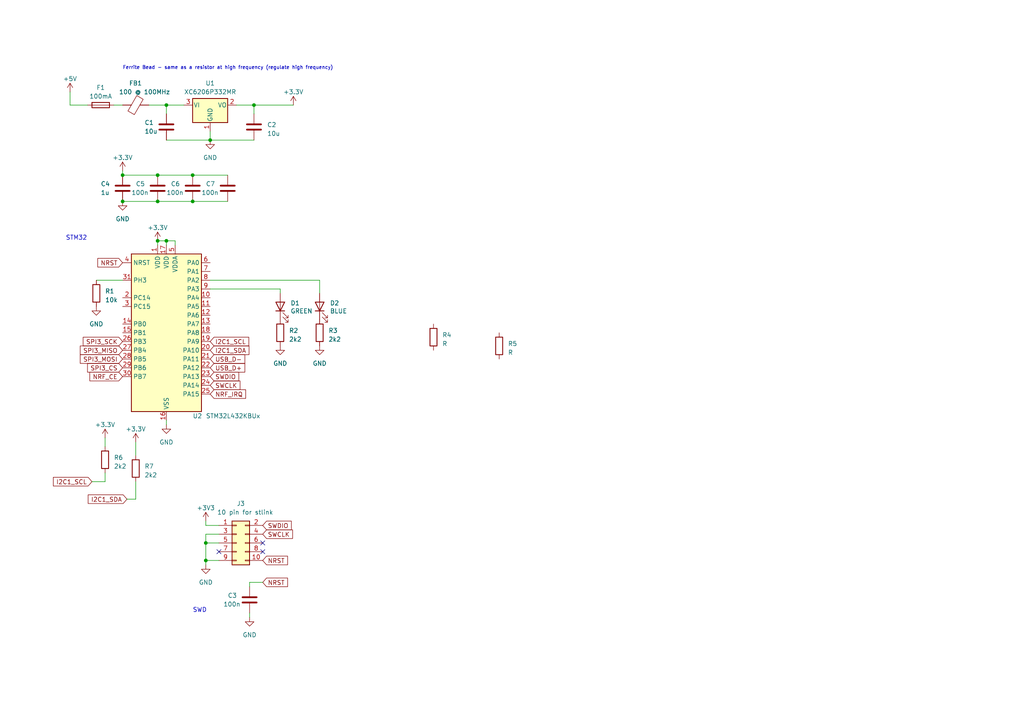
<source format=kicad_sch>
(kicad_sch (version 20230121) (generator eeschema)
  (paper "A4")
  (title_block (title "RF with STM32 module") (date "2023-05-20") (rev "1.0") (company "Petar Acimovic"))
  (lib_symbols
    (symbol "Connector_Generic:Conn_02x05_Odd_Even" (pin_names (offset 1.016) hide)
      (property "Reference" "J" (at 1.27 7.62 0))
      (property "Value" "Conn_02x05_Odd_Even" (at 1.27 -7.62 0))
      (symbol "Conn_02x05_Odd_Even_1_1"
        (rectangle (start -1.27 -4.953) (end 0 -5.207) (stroke (width 0.1524)))
        (rectangle (start -1.27 -2.413) (end 0 -2.667) (stroke (width 0.1524)))
        (rectangle (start -1.27 0.127) (end 0 -0.127) (stroke (width 0.1524)))
        (rectangle (start -1.27 2.667) (end 0 2.413) (stroke (width 0.1524)))
        (rectangle (start -1.27 5.207) (end 0 4.953) (stroke (width 0.1524)))
        (rectangle (start -1.27 6.35) (end 3.81 -6.35) (stroke (width 0.254)) (fill (type background)))
        (rectangle (start 3.81 -4.953) (end 2.54 -5.207) (stroke (width 0.1524)))
        (rectangle (start 3.81 -2.413) (end 2.54 -2.667) (stroke (width 0.1524)))
        (rectangle (start 3.81 0.127) (end 2.54 -0.127) (stroke (width 0.1524)))
        (rectangle (start 3.81 2.667) (end 2.54 2.413) (stroke (width 0.1524)))
        (rectangle (start 3.81 5.207) (end 2.54 4.953) (stroke (width 0.1524)))
        (pin passive line (at -5.08 5.08 0) (length 3.81) (name "Pin_1") (number "1"))
        (pin passive line (at 7.62 -5.08 180) (length 3.81) (name "Pin_10") (number "10"))
        (pin passive line (at 7.62 5.08 180) (length 3.81) (name "Pin_2") (number "2"))
        (pin passive line (at -5.08 2.54 0) (length 3.81) (name "Pin_3") (number "3"))
        (pin passive line (at 7.62 2.54 180) (length 3.81) (name "Pin_4") (number "4"))
        (pin passive line (at -5.08 0 0) (length 3.81) (name "Pin_5") (number "5"))
        (pin passive line (at 7.62 0 180) (length 3.81) (name "Pin_6") (number "6"))
        (pin passive line (at -5.08 -2.54 0) (length 3.81) (name "Pin_7") (number "7"))
        (pin passive line (at 7.62 -2.54 180) (length 3.81) (name "Pin_8") (number "8"))
        (pin passive line (at -5.08 -5.08 0) (length 3.81) (name "Pin_9") (number "9"))
      )
    )
    (symbol "Device:C" (pin_numbers hide) (pin_names (offset 0.254))
      (property "Reference" "C" (at 0.635 2.54 0))
      (property "Value" "C" (at 0.635 -2.54 0))
      (symbol "C_0_1"
        (polyline (pts (xy -2.032 -0.762) (xy 2.032 -0.762)) (stroke (width 0.508)))
        (polyline (pts (xy -2.032 0.762) (xy 2.032 0.762)) (stroke (width 0.508)))
      )
      (symbol "C_1_1"
        (pin passive line (at 0 3.81 270) (length 2.794) (name "~") (number "1"))
        (pin passive line (at 0 -3.81 90) (length 2.794) (name "~") (number "2"))
      )
    )
    (symbol "Device:FerriteBead" (pin_numbers hide) (pin_names (offset 0))
      (property "Reference" "FB" (at -3.81 0.635 90))
      (property "Value" "FerriteBead" (at 3.81 0 90))
      (symbol "FerriteBead_0_1"
        (polyline (pts (xy 0 -1.27) (xy 0 -1.2192)))
        (polyline (pts (xy 0 1.27) (xy 0 1.2954)))
        (polyline (pts (xy -2.7686 0.4064) (xy -1.7018 2.2606) (xy 2.7686 -0.3048) (xy 1.6764 -2.159) (xy -2.7686 0.4064)))
      )
      (symbol "FerriteBead_1_1"
        (pin passive line (at 0 3.81 270) (length 2.54) (name "~") (number "1"))
        (pin passive line (at 0 -3.81 90) (length 2.54) (name "~") (number "2"))
      )
    )
    (symbol "Device:Fuse" (pin_numbers hide) (pin_names (offset 0))
      (property "Reference" "F" (at 2.032 0 90))
      (property "Value" "Fuse" (at -1.905 0 90))
      (symbol "Fuse_0_1"
        (rectangle (start -0.762 -2.54) (end 0.762 2.54) (stroke (width 0.254)))
        (polyline (pts (xy 0 2.54) (xy 0 -2.54)))
      )
      (symbol "Fuse_1_1"
        (pin passive line (at 0 3.81 270) (length 1.27) (name "~") (number "1"))
        (pin passive line (at 0 -3.81 90) (length 1.27) (name "~") (number "2"))
      )
    )
    (symbol "Device:LED" (pin_numbers hide) (pin_names (offset 1.016) hide)
      (property "Reference" "D" (at 0 2.54 0))
      (property "Value" "LED" (at 0 -2.54 0))
      (symbol "LED_0_1"
        (polyline (pts (xy -1.27 -1.27) (xy -1.27 1.27)) (stroke (width 0.254)))
        (polyline (pts (xy -1.27 0) (xy 1.27 0)))
        (polyline (pts (xy 1.27 -1.27) (xy 1.27 1.27) (xy -1.27 0) (xy 1.27 -1.27)) (stroke (width 0.254)))
        (polyline (pts (xy -3.048 -0.762) (xy -4.572 -2.286) (xy -3.81 -2.286) (xy -4.572 -2.286) (xy -4.572 -1.524)))
        (polyline (pts (xy -1.778 -0.762) (xy -3.302 -2.286) (xy -2.54 -2.286) (xy -3.302 -2.286) (xy -3.302 -1.524)))
      )
      (symbol "LED_1_1"
        (pin passive line (at -3.81 0 0) (length 2.54) (name "K") (number "1"))
        (pin passive line (at 3.81 0 180) (length 2.54) (name "A") (number "2"))
      )
    )
    (symbol "Device:R" (pin_numbers hide) (pin_names (offset 0))
      (property "Reference" "R" (at 2.032 0 90))
      (property "Value" "R" (at 0 0 90))
      (symbol "R_0_1"
        (rectangle (start -1.016 -2.54) (end 1.016 2.54) (stroke (width 0.254)))
      )
      (symbol "R_1_1"
        (pin passive line (at 0 3.81 270) (length 1.27) (name "~") (number "1"))
        (pin passive line (at 0 -3.81 90) (length 1.27) (name "~") (number "2"))
      )
    )
    (symbol "MCU_ST_STM32L4:STM32L432KBUx"
      (property "Reference" "U" (at -10.16 24.13 0))
      (property "Value" "STM32L432KBUx" (at 5.08 24.13 0))
      (symbol "STM32L432KBUx_0_1"
        (rectangle (start -10.16 -22.86) (end 10.16 22.86) (stroke (width 0.254)) (fill (type background)))
      )
      (symbol "STM32L432KBUx_1_1"
        (pin power_in line (at -2.54 25.4 270) (length 2.54) (name "VDD") (number "1"))
        (pin bidirectional line (at 12.7 10.16 180) (length 2.54) (name "PA4") (number "10"))
        (pin bidirectional line (at 12.7 7.62 180) (length 2.54) (name "PA5") (number "11"))
        (pin bidirectional line (at 12.7 5.08 180) (length 2.54) (name "PA6") (number "12"))
        (pin bidirectional line (at 12.7 2.54 180) (length 2.54) (name "PA7") (number "13"))
        (pin bidirectional line (at -12.7 2.54 0) (length 2.54) (name "PB0") (number "14"))
        (pin bidirectional line (at -12.7 0 0) (length 2.54) (name "PB1") (number "15"))
        (pin power_in line (at 0 -25.4 90) (length 2.54) (name "VSS") (number "16"))
        (pin power_in line (at 0 25.4 270) (length 2.54) (name "VDD") (number "17"))
        (pin bidirectional line (at 12.7 0 180) (length 2.54) (name "PA8") (number "18"))
        (pin bidirectional line (at 12.7 -2.54 180) (length 2.54) (name "PA9") (number "19"))
        (pin bidirectional line (at -12.7 10.16 0) (length 2.54) (name "PC14") (number "2"))
        (pin bidirectional line (at 12.7 -5.08 180) (length 2.54) (name "PA10") (number "20"))
        (pin bidirectional line (at 12.7 -7.62 180) (length 2.54) (name "PA11") (number "21"))
        (pin bidirectional line (at 12.7 -10.16 180) (length 2.54) (name "PA12") (number "22"))
        (pin bidirectional line (at 12.7 -12.7 180) (length 2.54) (name "PA13") (number "23"))
        (pin bidirectional line (at 12.7 -15.24 180) (length 2.54) (name "PA14") (number "24"))
        (pin bidirectional line (at 12.7 -17.78 180) (length 2.54) (name "PA15") (number "25"))
        (pin bidirectional line (at -12.7 -2.54 0) (length 2.54) (name "PB3") (number "26"))
        (pin bidirectional line (at -12.7 -5.08 0) (length 2.54) (name "PB4") (number "27"))
        (pin bidirectional line (at -12.7 -7.62 0) (length 2.54) (name "PB5") (number "28"))
        (pin bidirectional line (at -12.7 -10.16 0) (length 2.54) (name "PB6") (number "29"))
        (pin bidirectional line (at -12.7 7.62 0) (length 2.54) (name "PC15") (number "3"))
        (pin bidirectional line (at -12.7 -12.7 0) (length 2.54) (name "PB7") (number "30"))
        (pin bidirectional line (at -12.7 15.24 0) (length 2.54) (name "PH3") (number "31"))
        (pin passive line (at 0 -25.4 90) (length 2.54) hide (name "VSS") (number "32"))
        (pin passive line (at 0 -25.4 90) (length 2.54) hide (name "VSS") (number "33"))
        (pin input line (at -12.7 20.32 0) (length 2.54) (name "NRST") (number "4"))
        (pin power_in line (at 2.54 25.4 270) (length 2.54) (name "VDDA") (number "5"))
        (pin bidirectional line (at 12.7 20.32 180) (length 2.54) (name "PA0") (number "6"))
        (pin bidirectional line (at 12.7 17.78 180) (length 2.54) (name "PA1") (number "7"))
        (pin bidirectional line (at 12.7 15.24 180) (length 2.54) (name "PA2") (number "8"))
        (pin bidirectional line (at 12.7 12.7 180) (length 2.54) (name "PA3") (number "9"))
      )
    )
    (symbol "Regulator_Linear:XC6206PxxxMR" (pin_names (offset 0.254))
      (property "Reference" "U" (at -3.81 3.175 0))
      (property "Value" "XC6206PxxxMR" (at 0 3.175 0))
      (symbol "XC6206PxxxMR_0_1"
        (rectangle (start -5.08 1.905) (end 5.08 -5.08) (stroke (width 0.254)) (fill (type background)))
      )
      (symbol "XC6206PxxxMR_1_1"
        (pin power_in line (at 0 -7.62 90) (length 2.54) (name "GND") (number "1"))
        (pin power_out line (at 7.62 0 180) (length 2.54) (name "VO") (number "2"))
        (pin power_in line (at -7.62 0 0) (length 2.54) (name "VI") (number "3"))
      )
    )
    (symbol "power:+3.3V" (power) (pin_names (offset 0))
      (property "Value" "+3.3V" (at 0 3.556 0))
      (symbol "+3.3V_0_1"
        (polyline (pts (xy -0.762 1.27) (xy 0 2.54)))
        (polyline (pts (xy 0 0) (xy 0 2.54)))
        (polyline (pts (xy 0 2.54) (xy 0.762 1.27)))
      )
      (symbol "+3.3V_1_1"
        (pin power_in line (at 0 0 90) (length 0) hide (name "+3.3V") (number "1"))
      )
    )
    (symbol "power:+3V3" (power) (pin_names (offset 0))
      (property "Value" "+3V3" (at 0 3.556 0))
      (symbol "+3V3_0_1"
        (polyline (pts (xy -0.762 1.27) (xy 0 2.54)))
        (polyline (pts (xy 0 0) (xy 0 2.54)))
        (polyline (pts (xy 0 2.54) (xy 0.762 1.27)))
      )
      (symbol "+3V3_1_1"
        (pin power_in line (at 0 0 90) (length 0) hide (name "+3V3") (number "1"))
      )
    )
    (symbol "power:+5V" (power) (pin_names (offset 0))
      (property "Value" "+5V" (at 0 3.556 0))
      (symbol "+5V_0_1"
        (polyline (pts (xy -0.762 1.27) (xy 0 2.54)))
        (polyline (pts (xy 0 0) (xy 0 2.54)))
        (polyline (pts (xy 0 2.54) (xy 0.762 1.27)))
      )
      (symbol "+5V_1_1"
        (pin power_in line (at 0 0 90) (length 0) hide (name "+5V") (number "1"))
      )
    )
    (symbol "power:GND" (power) (pin_names (offset 0))
      (property "Value" "GND" (at 0 -3.81 0))
      (symbol "GND_0_1"
        (polyline (pts (xy 0 0) (xy 0 -1.27) (xy 1.27 -1.27) (xy 0 -2.54) (xy -1.27 -1.27) (xy 0 -1.27)))
      )
      (symbol "GND_1_1"
        (pin power_in line (at 0 0 270) (length 0) hide (name "GND") (number "1"))
      )
    )
  )
  (junction (at 60.96 40.64))
  (junction (at 59.69 157.48))
  (junction (at 45.72 69.85))
  (junction (at 48.26 69.85))
  (junction (at 55.88 50.8))
  (junction (at 45.72 58.42))
  (junction (at 73.66 30.48))
  (junction (at 55.88 58.42))
  (junction (at 59.69 162.56))
  (junction (at 35.56 50.8))
  (junction (at 35.56 58.42))
  (junction (at 48.26 30.48))
  (junction (at 45.72 50.8))
  (no_connect (at 76.2 157.48))
  (no_connect (at 63.5 160.02))
  (no_connect (at 76.2 160.02))
  (wire (pts (xy 60.96 81.28) (xy 92.71 81.28)))
  (wire (pts (xy 81.28 83.82) (xy 81.28 85.09)))
  (wire (pts (xy 45.72 69.85) (xy 45.72 71.12)))
  (wire (pts (xy 50.8 71.12) (xy 50.8 69.85)))
  (wire (pts (xy 59.69 157.48) (xy 59.69 162.56)))
  (wire (pts (xy 60.96 83.82) (xy 81.28 83.82)))
  (wire (pts (xy 59.69 157.48) (xy 63.5 157.48)))
  (wire (pts (xy 59.69 163.83) (xy 59.69 162.56)))
  (wire (pts (xy 59.69 154.94) (xy 59.69 157.48)))
  (wire (pts (xy 45.72 58.42) (xy 55.88 58.42)))
  (wire (pts (xy 35.56 58.42) (xy 45.72 58.42)))
  (wire (pts (xy 63.5 154.94) (xy 59.69 154.94)))
  (wire (pts (xy 60.96 38.1) (xy 60.96 40.64)))
  (wire (pts (xy 39.37 128.27) (xy 39.37 132.08)))
  (wire (pts (xy 48.26 69.85) (xy 45.72 69.85)))
  (wire (pts (xy 39.37 139.7) (xy 39.37 144.78)))
  (wire (pts (xy 30.48 139.7) (xy 26.67 139.7)))
  (wire (pts (xy 39.37 144.78) (xy 36.83 144.78)))
  (wire (pts (xy 48.26 71.12) (xy 48.26 69.85)))
  (wire (pts (xy 20.32 30.48) (xy 25.4 30.48)))
  (wire (pts (xy 92.71 81.28) (xy 92.71 85.09)))
  (wire (pts (xy 73.66 33.02) (xy 73.66 30.48)))
  (wire (pts (xy 20.32 26.67) (xy 20.32 30.48)))
  (wire (pts (xy 43.18 30.48) (xy 48.26 30.48)))
  (wire (pts (xy 73.66 30.48) (xy 85.09 30.48)))
  (wire (pts (xy 27.94 81.28) (xy 35.56 81.28)))
  (wire (pts (xy 35.56 49.53) (xy 35.56 50.8)))
  (wire (pts (xy 59.69 151.13) (xy 59.69 152.4)))
  (wire (pts (xy 45.72 50.8) (xy 55.88 50.8)))
  (wire (pts (xy 48.26 33.02) (xy 48.26 30.48)))
  (wire (pts (xy 60.96 40.64) (xy 73.66 40.64)))
  (wire (pts (xy 72.39 177.8) (xy 72.39 179.07)))
  (wire (pts (xy 48.26 30.48) (xy 53.34 30.48)))
  (wire (pts (xy 30.48 137.16) (xy 30.48 139.7)))
  (wire (pts (xy 50.8 69.85) (xy 48.26 69.85)))
  (wire (pts (xy 30.48 127) (xy 30.48 129.54)))
  (wire (pts (xy 73.66 30.48) (xy 68.58 30.48)))
  (wire (pts (xy 48.26 121.92) (xy 48.26 123.19)))
  (wire (pts (xy 35.56 50.8) (xy 45.72 50.8)))
  (wire (pts (xy 48.26 40.64) (xy 60.96 40.64)))
  (wire (pts (xy 72.39 170.18) (xy 72.39 168.91)))
  (wire (pts (xy 72.39 168.91) (xy 76.2 168.91)))
  (wire (pts (xy 59.69 152.4) (xy 63.5 152.4)))
  (wire (pts (xy 33.02 30.48) (xy 35.56 30.48)))
  (wire (pts (xy 55.88 58.42) (xy 66.04 58.42)))
  (wire (pts (xy 59.69 162.56) (xy 63.5 162.56)))
  (wire (pts (xy 55.88 50.8) (xy 66.04 50.8)))
  (text "SWD" (at 55.88 177.8 0) (effects (font (size 1.27 1.27)) (justify left bottom)))
  (text "STM32" (at 19.05 69.85 0) (effects (font (size 1.27 1.27)) (justify left bottom)))
  (text "Ferrite Bead - same as a resistor at high frequency (regulate high frequency)" (at 35.56 20.32 0) (effects (font (size 1 1)) (justify left bottom)))
  (global_label "USB_D+" (shape input) (at 60.96 106.68 0) (property "Intersheetrefs" "${INTERSHEET_REFS}" (effects hide)))
  (global_label "SWDIO" (shape input) (at 60.96 109.22 0) (property "Intersheetrefs" "${INTERSHEET_REFS}" (effects hide)))
  (global_label "NRST" (shape input) (at 76.2 162.56 0) (property "Intersheetrefs" "${INTERSHEET_REFS}" (effects hide)))
  (global_label "SPI3_SCK" (shape input) (at 35.56 99.06 180) (property "Intersheetrefs" "${INTERSHEET_REFS}" (effects hide)))
  (global_label "I2C1_SDA" (shape input) (at 60.96 101.6 0) (property "Intersheetrefs" "${INTERSHEET_REFS}" (effects hide)))
  (global_label "SWCLK" (shape input) (at 60.96 111.76 0) (property "Intersheetrefs" "${INTERSHEET_REFS}" (effects hide)))
  (global_label "SWCLK" (shape input) (at 76.2 154.94 0) (property "Intersheetrefs" "${INTERSHEET_REFS}" (effects hide)))
  (global_label "USB_D-" (shape input) (at 60.96 104.14 0) (property "Intersheetrefs" "${INTERSHEET_REFS}" (effects hide)))
  (global_label "SPI3_MISO" (shape input) (at 35.56 101.6 180) (property "Intersheetrefs" "${INTERSHEET_REFS}" (effects hide)))
  (global_label "I2C1_SDA" (shape input) (at 36.83 144.78 180) (property "Intersheetrefs" "${INTERSHEET_REFS}" (effects hide)))
  (global_label "NRF_CE" (shape input) (at 35.56 109.22 180) (property "Intersheetrefs" "${INTERSHEET_REFS}" (effects hide)))
  (global_label "SWDIO" (shape input) (at 76.2 152.4 0) (property "Intersheetrefs" "${INTERSHEET_REFS}" (effects hide)))
  (global_label "I2C1_SCL" (shape input) (at 26.67 139.7 180) (property "Intersheetrefs" "${INTERSHEET_REFS}" (effects hide)))
  (global_label "SPI3_CS" (shape input) (at 35.56 106.68 180) (property "Intersheetrefs" "${INTERSHEET_REFS}" (effects hide)))
  (global_label "SPI3_MOSI" (shape input) (at 35.56 104.14 180) (property "Intersheetrefs" "${INTERSHEET_REFS}" (effects hide)))
  (global_label "NRST" (shape input) (at 76.2 168.91 0) (property "Intersheetrefs" "${INTERSHEET_REFS}" (effects hide)))
  (global_label "NRST" (shape input) (at 35.56 76.2 180) (property "Intersheetrefs" "${INTERSHEET_REFS}" (effects hide)))
  (global_label "I2C1_SCL" (shape input) (at 60.96 99.06 0) (property "Intersheetrefs" "${INTERSHEET_REFS}" (effects hide)))
  (global_label "NRF_IRQ" (shape input) (at 60.96 114.3 0) (property "Intersheetrefs" "${INTERSHEET_REFS}" (effects hide)))
  (symbol (lib_id "MCU_ST_STM32L4:STM32L432KBUx") (at 48.26 96.52 0) (unit 1)
    (property "Reference" "U2" (at 55.88 120.65 0) (effects (justify left)))
    (property "Value" "STM32L432KBUx" (at 59.69 120.65 0) (effects (justify left)))
    (property "Footprint" "Package_DFN_QFN:QFN-32-1EP_5x5mm_P0.5mm_EP3.45x3.45mm" (effects hide))
    (property "Datasheet" "https://www.st.com/resource/en/datasheet/stm32l432kb.pdf" (effects hide))
  )
  (symbol (lib_id "Device:R") (at 39.37 135.89 0) (unit 1)
    (property "Reference" "R7" (at 41.91 135.255 0) (effects (justify left)))
    (property "Value" "2k2" (at 41.91 137.795 0) (effects (justify left)))
  )
  (symbol (lib_id "Device:R") (at 92.71 96.52 0) (unit 1)
    (property "Reference" "R3" (at 95.25 95.885 0) (effects (justify left)))
    (property "Value" "2k2" (at 95.25 98.425 0) (effects (justify left)))
  )
  (symbol (lib_id "Device:C") (at 66.04 54.61 0) (unit 1)
    (property "Reference" "C7" (at 59.69 53.34 0) (effects (justify left)))
    (property "Value" "100n" (at 58.42 55.88 0) (effects (justify left)))
  )
  (symbol (lib_id "Device:C") (at 55.88 54.61 0) (unit 1)
    (property "Reference" "C6" (at 49.53 53.34 0) (effects (justify left)))
    (property "Value" "100n" (at 48.26 55.88 0) (effects (justify left)))
  )
  (symbol (lib_id "Device:C") (at 72.39 173.99 0) (unit 1)
    (property "Reference" "C3" (at 66.04 172.72 0) (effects (justify left)))
    (property "Value" "100n" (at 64.77 175.26 0) (effects (justify left)))
  )
  (symbol (lib_id "Device:R") (at 125.73 97.79 0) (unit 1)
    (property "Reference" "R4" (at 128.27 97.155 0) (effects (justify left)))
    (property "Value" "R" (at 128.27 99.695 0) (effects (justify left)))
  )
  (symbol (lib_id "power:GND") (at 72.39 179.07 0) (unit 1)
    (property "Reference" "#PWR015" (effects hide))
    (property "Value" "GND" (at 72.39 184.15 0))
  )
  (symbol (lib_id "power:+3.3V") (at 35.56 49.53 0) (unit 1)
    (property "Reference" "#PWR07" (effects hide))
    (property "Value" "+3.3V" (at 35.56 45.72 0))
  )
  (symbol (lib_id "power:GND") (at 35.56 58.42 0) (unit 1)
    (property "Reference" "#PWR08" (effects hide))
    (property "Value" "GND" (at 35.56 63.5 0))
  )
  (symbol (lib_id "power:+3.3V") (at 30.48 127 0) (unit 1)
    (property "Reference" "#PWR04" (effects hide))
    (property "Value" "+3.3V" (at 30.48 123.19 0))
  )
  (symbol (lib_id "Device:R") (at 27.94 85.09 0) (unit 1)
    (property "Reference" "R1" (at 30.48 84.455 0) (effects (justify left)))
    (property "Value" "10k" (at 30.48 86.995 0) (effects (justify left)))
  )
  (symbol (lib_id "Device:FerriteBead") (at 39.37 30.48 90) (unit 1)
    (property "Reference" "FB1" (at 39.3192 24.13 90))
    (property "Value" "100 @ 100MHz" (at 41.91 26.67 90))
  )
  (symbol (lib_id "power:GND") (at 48.26 123.19 0) (unit 1)
    (property "Reference" "#PWR012" (effects hide))
    (property "Value" "GND" (at 48.26 128.27 0))
  )
  (symbol (lib_id "power:GND") (at 59.69 163.83 0) (unit 1)
    (property "Reference" "#PWR014" (effects hide))
    (property "Value" "GND" (at 59.69 168.91 0))
  )
  (symbol (lib_id "power:GND") (at 81.28 100.33 0) (unit 1)
    (property "Reference" "#PWR011" (effects hide))
    (property "Value" "GND" (at 81.28 105.41 0))
  )
  (symbol (lib_id "power:+3.3V") (at 85.09 30.48 0) (unit 1)
    (property "Reference" "#PWR01" (effects hide))
    (property "Value" "+3.3V" (at 85.09 26.67 0))
  )
  (symbol (lib_id "Device:C") (at 45.72 54.61 0) (unit 1)
    (property "Reference" "C5" (at 39.37 53.34 0) (effects (justify left)))
    (property "Value" "100n" (at 38.1 55.88 0) (effects (justify left)))
  )
  (symbol (lib_id "Device:R") (at 144.78 100.33 0) (unit 1)
    (property "Reference" "R5" (at 147.32 99.695 0) (effects (justify left)))
    (property "Value" "R" (at 147.32 102.235 0) (effects (justify left)))
  )
  (symbol (lib_id "Regulator_Linear:XC6206PxxxMR") (at 60.96 30.48 0) (unit 1)
    (property "Reference" "U1" (at 60.96 24.13 0))
    (property "Value" "XC6206P332MR" (at 60.96 26.67 0))
    (property "Footprint" "Package_TO_SOT_SMD:SOT-23-3" (effects hide))
    (property "Datasheet" "https://www.torexsemi.com/file/xc6206/XC6206.pdf" (effects hide))
  )
  (symbol (lib_id "power:GND") (at 92.71 100.33 0) (unit 1)
    (property "Reference" "#PWR010" (effects hide))
    (property "Value" "GND" (at 92.71 105.41 0))
  )
  (symbol (lib_id "Device:LED") (at 92.71 88.9 90) (unit 1)
    (property "Reference" "D2" (at 95.6818 87.9094 90) (effects (justify right)))
    (property "Value" "BLUE" (at 95.6818 90.2208 90) (effects (justify right)))
    (property "Footprint" "LED_SMD:LED_0603_1608Metric" (effects hide))
  )
  (symbol (lib_id "Device:C") (at 48.26 36.83 0) (unit 1)
    (property "Reference" "C1" (at 41.91 35.56 0) (effects (justify left)))
    (property "Value" "10u" (at 41.91 38.1 0) (effects (justify left)))
  )
  (symbol (lib_id "Connector_Generic:Conn_02x05_Odd_Even") (at 68.58 157.48 0) (unit 1)
    (property "Reference" "J3" (at 69.85 146.05 0))
    (property "Value" "10 pin for stlink" (at 71.12 148.59 0))
  )
  (symbol (lib_id "Device:R") (at 81.28 96.52 0) (unit 1)
    (property "Reference" "R2" (at 83.82 95.885 0) (effects (justify left)))
    (property "Value" "2k2" (at 83.82 98.425 0) (effects (justify left)))
  )
  (symbol (lib_id "power:GND") (at 60.96 40.64 0) (unit 1)
    (property "Reference" "#PWR03" (effects hide))
    (property "Value" "GND" (at 60.96 45.72 0))
  )
  (symbol (lib_id "Device:LED") (at 81.28 88.9 90) (unit 1)
    (property "Reference" "D1" (at 84.2518 87.9094 90) (effects (justify right)))
    (property "Value" "GREEN" (at 84.2518 90.2208 90) (effects (justify right)))
    (property "Footprint" "LED_SMD:LED_0603_1608Metric" (effects hide))
  )
  (symbol (lib_id "power:+5V") (at 20.32 26.67 0) (unit 1)
    (property "Reference" "#PWR02" (effects hide))
    (property "Value" "+5V" (at 20.32 22.86 0))
  )
  (symbol (lib_id "Device:C") (at 73.66 36.83 0) (unit 1)
    (property "Reference" "C2" (at 77.47 36.195 0) (effects (justify left)))
    (property "Value" "10u" (at 77.47 38.735 0) (effects (justify left)))
  )
  (symbol (lib_id "power:GND") (at 27.94 88.9 0) (unit 1)
    (property "Reference" "#PWR09" (effects hide))
    (property "Value" "GND" (at 27.94 93.98 0))
  )
  (symbol (lib_id "Device:R") (at 30.48 133.35 0) (unit 1)
    (property "Reference" "R6" (at 33.02 132.715 0) (effects (justify left)))
    (property "Value" "2k2" (at 33.02 135.255 0) (effects (justify left)))
  )
  (symbol (lib_id "power:+3V3") (at 59.69 151.13 0) (unit 1)
    (property "Reference" "#PWR013" (effects hide))
    (property "Value" "+3V3" (at 59.69 147.32 0))
  )
  (symbol (lib_id "power:+3.3V") (at 39.37 128.27 0) (unit 1)
    (property "Reference" "#PWR05" (effects hide))
    (property "Value" "+3.3V" (at 39.37 124.46 0))
  )
  (symbol (lib_id "Device:Fuse") (at 29.21 30.48 90) (unit 1)
    (property "Reference" "F1" (at 29.21 25.4 90))
    (property "Value" "100mA" (at 29.21 27.94 90))
  )
  (symbol (lib_id "power:+3.3V") (at 45.72 69.85 0) (unit 1)
    (property "Reference" "#PWR06" (effects hide))
    (property "Value" "+3.3V" (at 45.72 66.04 0))
  )
  (symbol (lib_id "Device:C") (at 35.56 54.61 0) (unit 1)
    (property "Reference" "C4" (at 29.21 53.34 0) (effects (justify left)))
    (property "Value" "1u" (at 29.21 55.88 0) (effects (justify left)))
  )
)
</source>
